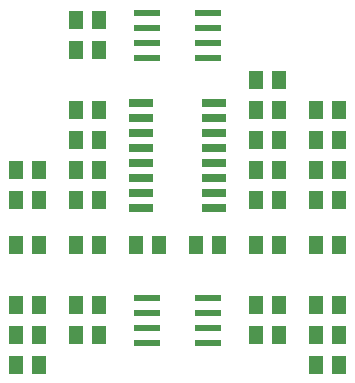
<source format=gbr>
G04 EAGLE Gerber RS-274X export*
G75*
%MOMM*%
%FSLAX34Y34*%
%LPD*%
%INSolderpaste Top*%
%IPPOS*%
%AMOC8*
5,1,8,0,0,1.08239X$1,22.5*%
G01*
%ADD10R,1.300000X1.500000*%
%ADD11R,2.200000X0.600000*%
%ADD12R,2.032000X0.660400*%


D10*
X98400Y101600D03*
X79400Y101600D03*
X47600Y215900D03*
X28600Y215900D03*
X301600Y215900D03*
X282600Y215900D03*
X282600Y292100D03*
X301600Y292100D03*
X47600Y127000D03*
X28600Y127000D03*
X200000Y177800D03*
X181000Y177800D03*
X282600Y127000D03*
X301600Y127000D03*
X282600Y76200D03*
X301600Y76200D03*
X79400Y292100D03*
X98400Y292100D03*
X79400Y266700D03*
X98400Y266700D03*
X79400Y215900D03*
X98400Y215900D03*
X28600Y241300D03*
X47600Y241300D03*
X250800Y292100D03*
X231800Y292100D03*
X250800Y215900D03*
X231800Y215900D03*
X250800Y241300D03*
X231800Y241300D03*
D11*
X139100Y120650D03*
X191100Y120650D03*
X139100Y133350D03*
X139100Y107950D03*
X139100Y95250D03*
X191100Y133350D03*
X191100Y107950D03*
X191100Y95250D03*
D12*
X134366Y298450D03*
X134366Y285750D03*
X134366Y273050D03*
X134366Y260350D03*
X134366Y247650D03*
X134366Y234950D03*
X134366Y222250D03*
X134366Y209550D03*
X195834Y209550D03*
X195834Y222250D03*
X195834Y234950D03*
X195834Y247650D03*
X195834Y260350D03*
X195834Y273050D03*
X195834Y285750D03*
X195834Y298450D03*
D11*
X191100Y349250D03*
X139100Y349250D03*
X191100Y336550D03*
X191100Y361950D03*
X191100Y374650D03*
X139100Y336550D03*
X139100Y361950D03*
X139100Y374650D03*
D10*
X47600Y101600D03*
X28600Y101600D03*
X130200Y177800D03*
X149200Y177800D03*
X231800Y177800D03*
X250800Y177800D03*
X98400Y177800D03*
X79400Y177800D03*
X47600Y76200D03*
X28600Y76200D03*
X231800Y127000D03*
X250800Y127000D03*
X282600Y101600D03*
X301600Y101600D03*
X301600Y177800D03*
X282600Y177800D03*
X231800Y101600D03*
X250800Y101600D03*
X79400Y368300D03*
X98400Y368300D03*
X98400Y342900D03*
X79400Y342900D03*
X79400Y127000D03*
X98400Y127000D03*
X98400Y241300D03*
X79400Y241300D03*
X28600Y177800D03*
X47600Y177800D03*
X231800Y317500D03*
X250800Y317500D03*
X231800Y266700D03*
X250800Y266700D03*
X282600Y241300D03*
X301600Y241300D03*
X301600Y266700D03*
X282600Y266700D03*
M02*

</source>
